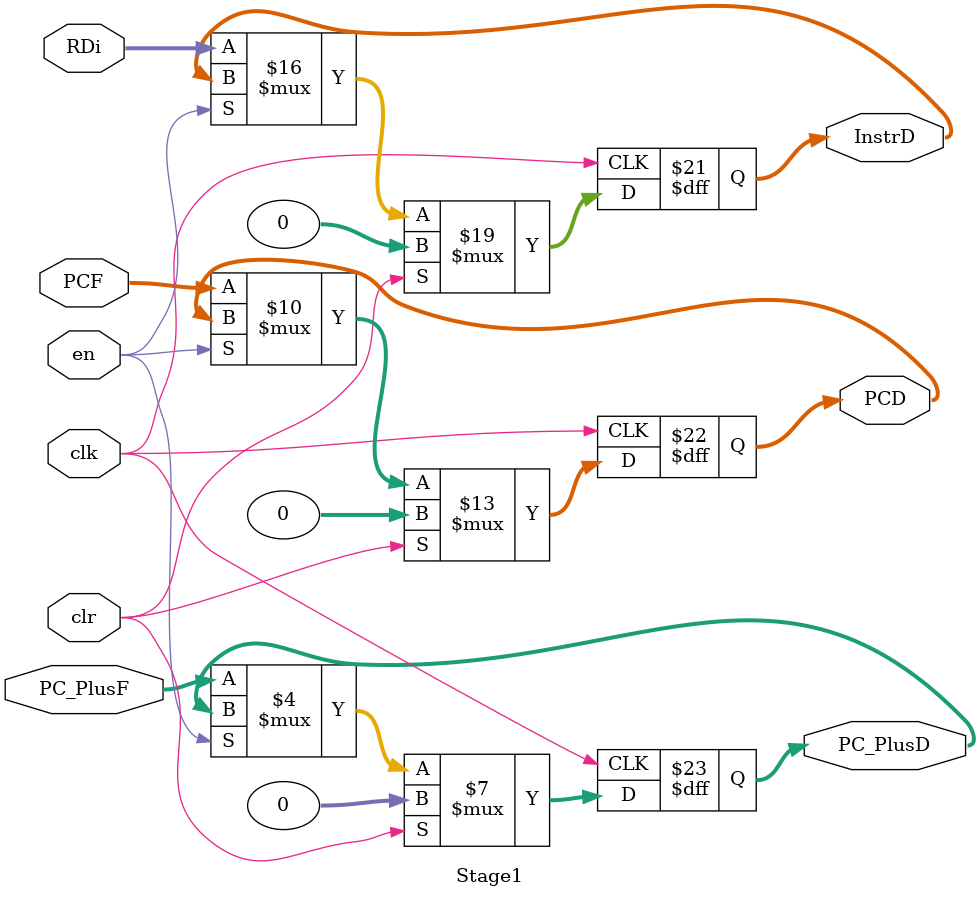
<source format=sv>
module  Stage1#(
    parameter DATA_WIDTH = 32
)(
    input logic                     clk,
    input logic                     en,
    input logic                     clr,

    //instrmem input
    input logic[DATA_WIDTH-1:0]        RDi,
    //PC input
    input logic[DATA_WIDTH-1:0]        PCF,
    input logic[DATA_WIDTH-1:0]        PC_PlusF,

    //instrmem output
    output logic[DATA_WIDTH-1:0]        InstrD,
    //PC output
    output logic[DATA_WIDTH-1:0]        PCD,
    output logic[DATA_WIDTH-1:0]        PC_PlusD

);

always_ff @(posedge clk) begin
    if (clr) begin
        //instr
        InstrD <= 0;
        //pc
        PCD<= 0;
        PC_PlusD <= 0; 
    end
    else if(en ==1) begin
        //instr
        InstrD <= InstrD;
        //pc
        PCD<= PCD;
        PC_PlusD <= PC_PlusD; 
    end
    else begin
        //instr
        InstrD <= RDi;
        //pc
        PCD<= PCF;
        PC_PlusD <= PC_PlusF; 
    end
end
    
endmodule

</source>
